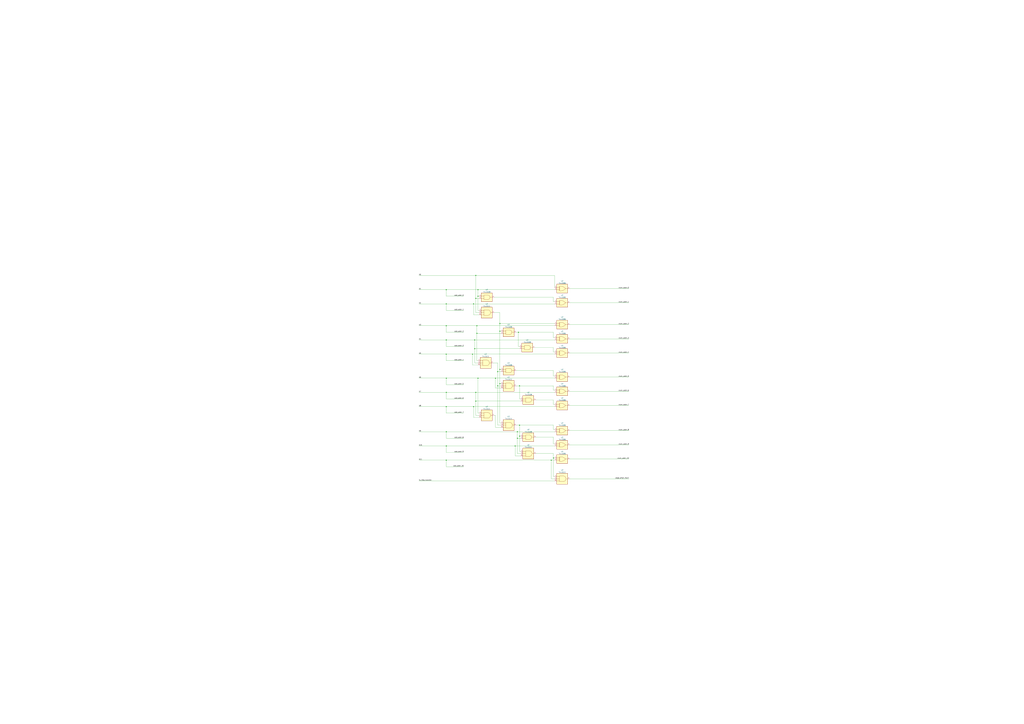
<source format=kicad_sch>
(kicad_sch (version 20211123) (generator eeschema)
  (paper "A0")
  (lib_symbols
    (symbol "semiconductor:74x1G08" (pin_names (offset 1.016))
      (property "Reference" "U" (at 0 6.35 0))
      (property "Value" "74x1G08" (at 0 -6.35 0))
      (symbol "74x1G08_0_1"
        (rectangle (start -6.35 5.08) (end 6.35 -5.08) (stroke (width 0.254)) (fill (type background)))
        (polyline (pts (xy -6.35 -1.27) (xy -3.175 -1.27)))
        (polyline (pts (xy -6.35 1.27) (xy -3.175 1.27)))
        (polyline (pts (xy 3.81 0) (xy 6.35 0)))
        (polyline (pts (xy 1.27 2.54) (xy -3.175 2.54) (xy -3.175 -2.54) (xy 1.27 -2.54)))
        (arc (start 1.27 -2.54) (mid 3.81 0) (end 1.27 2.54))
      )
      (symbol "74x1G08_1_1"
        (pin input line (at -8.89 1.27 0) (length 2.54) (name "~") (number "1"))
        (pin input line (at -8.89 -1.27 0) (length 2.54) (name "~") (number "2"))
        (pin power_in line (at -8.89 -3.81 0) (length 2.54) hide (name "GND") (number "3"))
        (pin output line (at 8.89 0 180) (length 2.54) (name "~") (number "4"))
        (pin power_in line (at 8.89 3.81 180) (length 2.54) hide (name "VCC") (number "5"))
      )
    )
    (symbol "semiconductor:74x1G11" (pin_names (offset 1.016))
      (property "Reference" "U" (at 0 7.62 0))
      (property "Value" "74x1G11" (at 0 -7.62 0))
      (symbol "74x1G11_0_1"
        (rectangle (start -6.35 6.35) (end 6.35 -6.35) (stroke (width 0.254)) (fill (type background)))
        (polyline (pts (xy -6.35 -2.54) (xy -3.175 -2.54)))
        (polyline (pts (xy -6.35 0) (xy -3.175 0)))
        (polyline (pts (xy -6.35 2.54) (xy -3.175 2.54)))
        (polyline (pts (xy 4.445 0) (xy 6.35 0)))
        (polyline (pts (xy 1.27 3.175) (xy -3.175 3.175) (xy -3.175 -3.175) (xy 1.27 -3.175)))
        (arc (start 1.27 -3.175) (mid 4.445 0) (end 1.27 3.175))
      )
      (symbol "74x1G11_1_1"
        (pin input line (at -8.89 2.54 0) (length 2.54) (name "~") (number "1"))
        (pin power_in line (at -8.89 -5.08 0) (length 2.54) hide (name "GND") (number "2"))
        (pin input line (at -8.89 0 0) (length 2.54) (name "~") (number "3"))
        (pin output line (at 8.89 0 180) (length 2.54) (name "~") (number "4"))
        (pin power_in line (at 8.89 5.08 180) (length 2.54) hide (name "VCC") (number "5"))
        (pin input line (at -8.89 -2.54 0) (length 2.54) (name "~") (number "6"))
      )
    )
    (symbol "semiconductor:74x1G86" (pin_names (offset 1.016))
      (property "Reference" "U" (at 0 6.35 0))
      (property "Value" "74x1G86" (at 0 -6.35 0))
      (symbol "74x1G86_0_1"
        (rectangle (start -6.35 5.08) (end 6.35 -5.08) (stroke (width 0.254)) (fill (type background)))
        (arc (start -3.81 -2.54) (mid -3.3208 0) (end -3.81 2.54))
        (arc (start -3.175 -2.54) (mid -2.6858 0) (end -3.175 2.54))
        (arc (start -3.175 -2.54) (mid 0.6763 -2.2568) (end 3.81 0))
        (polyline (pts (xy -6.35 -1.27) (xy -3.556 -1.27)))
        (polyline (pts (xy -6.35 1.27) (xy -3.556 1.27)))
        (polyline (pts (xy 3.81 0) (xy 6.35 0)))
        (arc (start 3.81 0) (mid 0.6736 2.2493) (end -3.175 2.54))
      )
      (symbol "74x1G86_1_1"
        (pin input line (at -8.89 1.27 0) (length 2.54) (name "~") (number "1"))
        (pin input line (at -8.89 -1.27 0) (length 2.54) (name "~") (number "2"))
        (pin power_in line (at -8.89 -3.81 0) (length 2.54) hide (name "GND") (number "3"))
        (pin output line (at 8.89 0 180) (length 2.54) (name "~") (number "4"))
        (pin power_in line (at 8.89 3.81 180) (length 2.54) hide (name "VCC") (number "5"))
      )
    )
  )
  (junction (at 552.45 346.71))
  (junction (at 554.99 439.42))
  (junction (at 548.64 411.48))
  (junction (at 549.91 472.44))
  (junction (at 552.45 466.09))
  (junction (at 577.85 431.8))
  (junction (at 518.216 439.42))
  (junction (at 518.216 455.93))
  (junction (at 553.72 378.46))
  (junction (at 518.16 534.67))
  (junction (at 603.25 494.03))
  (junction (at 601.98 386.08))
  (junction (at 553.72 387.35))
  (junction (at 552.45 320.04))
  (junction (at 640.08 534.67))
  (junction (at 575.31 439.42))
  (junction (at 518.216 518.16))
  (junction (at 600.71 501.65))
  (junction (at 518.16 336.55))
  (junction (at 518.216 501.65))
  (junction (at 603.25 506.73))
  (junction (at 549.91 353.06))
  (junction (at 577.85 448.31))
  (junction (at 554.99 344.17))
  (junction (at 518.16 472.44))
  (junction (at 554.99 336.55))
  (junction (at 603.25 448.31))
  (junction (at 518.104 411.48))
  (junction (at 580.39 384.81))
  (junction (at 552.45 455.93))
  (junction (at 642.62 532.13))
  (junction (at 580.39 375.92))
  (junction (at 518.16 353.06))
  (junction (at 551.18 405.13))
  (junction (at 580.39 445.77))
  (junction (at 598.17 518.16))
  (junction (at 518.16 394.97))
  (junction (at 580.39 429.26))
  (junction (at 518.16 378.46))
  (junction (at 600.71 509.27))
  (junction (at 551.18 394.97))
  (wire (pts (xy 604.52 527.05) (xy 600.71 527.05)))
  (wire (pts (xy 554.99 424.18) (xy 548.64 424.18)))
  (wire (pts (xy 518.216 455.93) (xy 518.216 463.55)))
  (wire (pts (xy 577.85 431.8) (xy 577.85 448.31)))
  (wire (pts (xy 554.99 439.42) (xy 575.31 439.42)))
  (wire (pts (xy 604.52 466.09) (xy 552.45 466.09)))
  (wire (pts (xy 556.26 485.14) (xy 549.91 485.14)))
  (wire (pts (xy 549.91 365.76) (xy 549.91 353.06)))
  (wire (pts (xy 580.39 375.92) (xy 580.39 384.81)))
  (wire (pts (xy 554.99 480.06) (xy 556.26 480.06)))
  (wire (pts (xy 730.25 335.28) (xy 661.67 335.28)))
  (wire (pts (xy 599.44 448.31) (xy 603.25 448.31)))
  (wire (pts (xy 640.08 556.26) (xy 640.08 534.67)))
  (wire (pts (xy 538.48 386.08) (xy 518.16 386.08)))
  (wire (pts (xy 604.52 524.51) (xy 603.25 524.51)))
  (wire (pts (xy 486.41 501.65) (xy 518.216 501.65)))
  (wire (pts (xy 661.67 454.66) (xy 730.25 454.66)))
  (wire (pts (xy 577.85 448.31) (xy 577.85 494.03)))
  (wire (pts (xy 574.04 363.22) (xy 580.39 363.22)))
  (wire (pts (xy 548.64 424.18) (xy 548.64 411.48)))
  (wire (pts (xy 552.45 466.09) (xy 552.45 455.93)))
  (wire (pts (xy 575.31 450.85) (xy 575.31 439.42)))
  (wire (pts (xy 518.216 501.65) (xy 518.216 509.27)))
  (wire (pts (xy 518.16 378.46) (xy 518.16 386.08)))
  (wire (pts (xy 552.45 482.6) (xy 552.45 466.09)))
  (wire (pts (xy 580.39 363.22) (xy 580.39 375.92)))
  (wire (pts (xy 580.39 445.77) (xy 581.66 445.77)))
  (wire (pts (xy 640.08 534.67) (xy 643.89 534.67)))
  (wire (pts (xy 556.26 363.22) (xy 552.45 363.22)))
  (wire (pts (xy 603.25 448.31) (xy 603.25 463.55)))
  (wire (pts (xy 554.99 344.17) (xy 554.99 360.68)))
  (wire (pts (xy 580.39 429.26) (xy 581.66 429.26)))
  (wire (pts (xy 599.44 494.03) (xy 603.25 494.03)))
  (wire (pts (xy 574.04 482.6) (xy 575.31 482.6)))
  (wire (pts (xy 599.44 386.08) (xy 601.98 386.08)))
  (wire (pts (xy 581.66 448.31) (xy 577.85 448.31)))
  (wire (pts (xy 538.48 525.78) (xy 518.216 525.78)))
  (wire (pts (xy 486.41 411.48) (xy 518.104 411.48)))
  (wire (pts (xy 518.216 463.55) (xy 538.48 463.55)))
  (wire (pts (xy 518.216 439.42) (xy 518.216 447.04)))
  (wire (pts (xy 518.16 480.06) (xy 538.48 480.06)))
  (wire (pts (xy 601.98 386.08) (xy 642.62 386.08)))
  (wire (pts (xy 538.48 542.29) (xy 518.16 542.29)))
  (wire (pts (xy 642.62 403.86) (xy 642.62 408.94)))
  (wire (pts (xy 603.25 448.31) (xy 642.62 448.31)))
  (wire (pts (xy 642.62 430.53) (xy 642.62 436.88)))
  (wire (pts (xy 554.99 421.64) (xy 551.18 421.64)))
  (wire (pts (xy 580.39 384.81) (xy 580.39 429.26)))
  (wire (pts (xy 730.25 556.26) (xy 661.67 556.26)))
  (wire (pts (xy 554.99 439.42) (xy 554.99 480.06)))
  (wire (pts (xy 603.25 506.73) (xy 603.25 494.03)))
  (wire (pts (xy 640.08 556.26) (xy 643.89 556.26)))
  (wire (pts (xy 518.216 447.04) (xy 538.48 447.04)))
  (wire (pts (xy 601.98 386.08) (xy 601.98 402.59)))
  (wire (pts (xy 598.17 518.16) (xy 643.89 518.16)))
  (wire (pts (xy 553.72 387.35) (xy 553.72 419.1)))
  (wire (pts (xy 486.41 558.8) (xy 643.89 558.8)))
  (wire (pts (xy 580.39 491.49) (xy 581.66 491.49)))
  (wire (pts (xy 518.16 472.44) (xy 518.16 480.06)))
  (wire (pts (xy 622.3 464.82) (xy 642.62 464.82)))
  (wire (pts (xy 577.85 431.8) (xy 581.66 431.8)))
  (wire (pts (xy 486.41 336.55) (xy 518.16 336.55)))
  (wire (pts (xy 730.25 500.38) (xy 661.67 500.38)))
  (wire (pts (xy 643.89 320.04) (xy 643.89 334.01)))
  (wire (pts (xy 603.25 402.59) (xy 601.98 402.59)))
  (wire (pts (xy 642.62 464.82) (xy 642.62 469.9)))
  (wire (pts (xy 603.25 506.73) (xy 603.25 524.51)))
  (wire (pts (xy 552.45 320.04) (xy 643.89 320.04)))
  (wire (pts (xy 661.67 438.15) (xy 730.25 438.15)))
  (wire (pts (xy 622.3 527.05) (xy 642.62 527.05)))
  (wire (pts (xy 600.71 509.27) (xy 600.71 501.65)))
  (wire (pts (xy 486.41 439.42) (xy 518.216 439.42)))
  (wire (pts (xy 604.52 506.73) (xy 603.25 506.73)))
  (wire (pts (xy 556.26 346.71) (xy 552.45 346.71)))
  (wire (pts (xy 730.25 533.4) (xy 661.67 533.4)))
  (wire (pts (xy 486.41 378.46) (xy 518.16 378.46)))
  (wire (pts (xy 556.26 360.68) (xy 554.99 360.68)))
  (wire (pts (xy 549.91 472.44) (xy 643.89 472.44)))
  (wire (pts (xy 642.62 508) (xy 642.62 515.62)))
  (wire (pts (xy 642.62 494.03) (xy 642.62 499.11)))
  (wire (pts (xy 556.26 365.76) (xy 549.91 365.76)))
  (wire (pts (xy 575.31 482.6) (xy 575.31 496.57)))
  (wire (pts (xy 580.39 445.77) (xy 580.39 491.49)))
  (wire (pts (xy 730.25 351.79) (xy 661.67 351.79)))
  (wire (pts (xy 486.41 455.93) (xy 518.216 455.93)))
  (wire (pts (xy 518.16 353.06) (xy 518.16 360.68)))
  (wire (pts (xy 548.64 411.48) (xy 643.89 411.48)))
  (wire (pts (xy 549.91 353.06) (xy 643.89 353.06)))
  (wire (pts (xy 730.25 516.89) (xy 661.67 516.89)))
  (wire (pts (xy 642.62 532.13) (xy 642.62 553.72)))
  (wire (pts (xy 538.48 419.1) (xy 518.104 419.1)))
  (wire (pts (xy 538.48 360.68) (xy 518.16 360.68)))
  (wire (pts (xy 518.216 501.65) (xy 600.71 501.65)))
  (wire (pts (xy 575.31 496.57) (xy 581.66 496.57)))
  (wire (pts (xy 556.26 482.6) (xy 552.45 482.6)))
  (wire (pts (xy 551.18 394.97) (xy 551.18 405.13)))
  (wire (pts (xy 577.85 421.64) (xy 577.85 431.8)))
  (wire (pts (xy 486.41 394.97) (xy 518.16 394.97)))
  (wire (pts (xy 486.41 353.06) (xy 518.16 353.06)))
  (wire (pts (xy 642.62 448.31) (xy 642.62 453.39)))
  (wire (pts (xy 518.16 472.44) (xy 549.91 472.44)))
  (wire (pts (xy 538.48 509.27) (xy 518.216 509.27)))
  (wire (pts (xy 730.25 410.21) (xy 661.67 410.21)))
  (wire (pts (xy 642.62 436.88) (xy 643.89 436.88)))
  (wire (pts (xy 486.41 534.67) (xy 518.16 534.67)))
  (wire (pts (xy 518.16 534.67) (xy 518.16 542.29)))
  (wire (pts (xy 642.62 515.62) (xy 643.89 515.62)))
  (wire (pts (xy 553.72 378.46) (xy 553.72 387.35)))
  (wire (pts (xy 577.85 494.03) (xy 581.66 494.03)))
  (wire (pts (xy 551.18 394.97) (xy 643.89 394.97)))
  (wire (pts (xy 604.52 463.55) (xy 603.25 463.55)))
  (wire (pts (xy 600.71 501.65) (xy 643.89 501.65)))
  (wire (pts (xy 643.89 553.72) (xy 642.62 553.72)))
  (wire (pts (xy 549.91 472.44) (xy 549.91 485.14)))
  (wire (pts (xy 604.52 529.59) (xy 598.17 529.59)))
  (wire (pts (xy 553.72 387.35) (xy 581.66 387.35)))
  (wire (pts (xy 556.26 344.17) (xy 554.99 344.17)))
  (wire (pts (xy 730.25 377.19) (xy 661.67 377.19)))
  (wire (pts (xy 580.39 429.26) (xy 580.39 445.77)))
  (wire (pts (xy 600.71 527.05) (xy 600.71 509.27)))
  (wire (pts (xy 518.216 518.16) (xy 598.17 518.16)))
  (wire (pts (xy 486.41 472.44) (xy 518.16 472.44)))
  (wire (pts (xy 538.48 344.17) (xy 518.16 344.17)))
  (wire (pts (xy 642.62 532.13) (xy 643.89 532.13)))
  (wire (pts (xy 604.52 509.27) (xy 600.71 509.27)))
  (wire (pts (xy 518.104 411.48) (xy 518.104 419.1)))
  (wire (pts (xy 642.62 453.39) (xy 643.89 453.39)))
  (wire (pts (xy 642.62 408.94) (xy 643.89 408.94)))
  (wire (pts (xy 518.16 353.06) (xy 549.91 353.06)))
  (wire (pts (xy 486.41 518.16) (xy 518.216 518.16)))
  (wire (pts (xy 486.41 320.04) (xy 552.45 320.04)))
  (wire (pts (xy 642.62 469.9) (xy 643.89 469.9)))
  (wire (pts (xy 599.44 430.53) (xy 642.62 430.53)))
  (wire (pts (xy 518.16 394.97) (xy 551.18 394.97)))
  (wire (pts (xy 518.216 439.42) (xy 554.99 439.42)))
  (wire (pts (xy 580.39 375.92) (xy 643.89 375.92)))
  (wire (pts (xy 642.62 527.05) (xy 642.62 532.13)))
  (wire (pts (xy 553.72 378.46) (xy 643.89 378.46)))
  (wire (pts (xy 518.216 455.93) (xy 552.45 455.93)))
  (wire (pts (xy 642.62 345.44) (xy 642.62 350.52)))
  (wire (pts (xy 518.216 518.16) (xy 518.216 525.78)))
  (wire (pts (xy 622.3 508) (xy 642.62 508)))
  (wire (pts (xy 554.99 344.17) (xy 554.99 336.55)))
  (wire (pts (xy 518.16 534.67) (xy 640.08 534.67)))
  (wire (pts (xy 642.62 392.43) (xy 643.89 392.43)))
  (wire (pts (xy 554.99 419.1) (xy 553.72 419.1)))
  (wire (pts (xy 642.62 386.08) (xy 642.62 392.43)))
  (wire (pts (xy 552.45 346.71) (xy 552.45 363.22)))
  (wire (pts (xy 598.17 529.59) (xy 598.17 518.16)))
  (wire (pts (xy 518.16 336.55) (xy 554.99 336.55)))
  (wire (pts (xy 642.62 499.11) (xy 643.89 499.11)))
  (wire (pts (xy 661.67 471.17) (xy 730.25 471.17)))
  (wire (pts (xy 574.04 345.44) (xy 642.62 345.44)))
  (wire (pts (xy 581.66 384.81) (xy 580.39 384.81)))
  (wire (pts (xy 603.25 494.03) (xy 642.62 494.03)))
  (wire (pts (xy 642.62 350.52) (xy 643.89 350.52)))
  (wire (pts (xy 551.18 405.13) (xy 603.25 405.13)))
  (wire (pts (xy 518.16 336.55) (xy 518.16 344.17)))
  (wire (pts (xy 552.45 320.04) (xy 552.45 346.71)))
  (wire (pts (xy 621.03 403.86) (xy 642.62 403.86)))
  (wire (pts (xy 518.104 411.48) (xy 548.64 411.48)))
  (wire (pts (xy 518.16 378.46) (xy 553.72 378.46)))
  (wire (pts (xy 554.99 336.55) (xy 643.89 336.55)))
  (wire (pts (xy 551.18 405.13) (xy 551.18 421.64)))
  (wire (pts (xy 552.45 455.93) (xy 643.89 455.93)))
  (wire (pts (xy 730.25 393.7) (xy 661.67 393.7)))
  (wire (pts (xy 538.48 402.59) (xy 518.16 402.59)))
  (wire (pts (xy 575.31 439.42) (xy 643.89 439.42)))
  (wire (pts (xy 518.16 394.97) (xy 518.16 402.59)))
  (wire (pts (xy 572.77 421.64) (xy 577.85 421.64)))
  (wire (pts (xy 581.66 450.85) (xy 575.31 450.85)))
  (label "odd_addr_9" (at 538.48 525.78 180))
  (label "odd_addr_0" (at 538.48 344.17 180))
  (label "odd_addr_10" (at 538.48 542.29 180))
  (label "odd_addr_5" (at 538.48 447.04 180))
  (label "A8" (at 486.41 472.44 0))
  (label "even_addr_4" (at 730.25 410.21 180))
  (label "A6" (at 486.41 439.42 0))
  (label "page_align_fault" (at 730.25 556.26 180))
  (label "A10" (at 486.41 518.16 0))
  (label "odd_addr_6" (at 538.48 463.55 180))
  (label "is_16b_transfer" (at 486.41 558.8 0))
  (label "A4" (at 486.41 394.97 0))
  (label "A7" (at 486.41 455.93 0))
  (label "even_addr_7" (at 730.25 471.17 180))
  (label "even_addr_2" (at 730.25 377.19 180))
  (label "even_addr_9" (at 730.25 516.89 180))
  (label "odd_addr_8" (at 538.48 509.27 180))
  (label "A2" (at 486.41 353.06 0))
  (label "even_addr_5" (at 730.25 438.15 180))
  (label "A11" (at 486.41 534.67 0))
  (label "even_addr_1" (at 730.25 351.79 180))
  (label "odd_addr_1" (at 538.48 360.68 180))
  (label "A9" (at 486.41 501.65 0))
  (label "A0" (at 486.41 320.04 0))
  (label "even_addr_0" (at 730.25 335.28 180))
  (label "even_addr_3" (at 730.25 393.7 180))
  (label "odd_addr_4" (at 538.48 419.1 180))
  (label "odd_addr_2" (at 538.48 386.08 180))
  (label "even_addr_10" (at 730.25 533.4 180))
  (label "A1" (at 486.41 336.55 0))
  (label "even_addr_8" (at 730.25 500.38 180))
  (label "A3" (at 486.41 378.46 0))
  (label "A5" (at 486.41 411.48 0))
  (label "odd_addr_3" (at 538.48 402.59 180))
  (label "even_addr_6" (at 730.25 454.66 180))
  (label "odd_addr_7" (at 538.48 480.06 180))
  (symbol (lib_id "semiconductor:74x1G86") (at 652.78 393.7 0) (unit 1)
    (property "Reference" "U?" (at 652.78 384.9202 0))
    (property "Value" "74x1G86" (at 652.78 387.4571 0))
    (property "Datasheet" "https://assets.nexperia.com/documents/data-sheet/74LVC1G86.pdf" (effects hide))
  )
  (symbol (lib_id "semiconductor:74x1G86") (at 652.78 351.79 0) (unit 1)
    (property "Reference" "U?" (at 652.78 343.0102 0))
    (property "Value" "74x1G86" (at 652.78 345.5471 0))
    (property "Datasheet" "https://assets.nexperia.com/documents/data-sheet/74LVC1G86.pdf" (effects hide))
  )
  (symbol (lib_id "semiconductor:74x1G11") (at 590.55 448.31 0) (unit 1)
    (property "Reference" "U?" (at 590.55 438.2602 0))
    (property "Value" "74x1G11" (at 590.55 440.7971 0))
    (property "Datasheet" "https://www.diodes.com/assets/Datasheets/74LVC1G11.pdf" (effects hide))
  )
  (symbol (lib_id "semiconductor:74x1G86") (at 652.78 335.28 0) (unit 1)
    (property "Reference" "U?" (at 652.78 326.5002 0))
    (property "Value" "74x1G86" (at 652.78 329.0371 0))
    (property "Datasheet" "https://assets.nexperia.com/documents/data-sheet/74LVC1G86.pdf" (effects hide))
  )
  (symbol (lib_id "semiconductor:74x1G86") (at 652.78 410.21 0) (unit 1)
    (property "Reference" "U?" (at 652.78 401.4302 0))
    (property "Value" "74x1G86" (at 652.78 403.9671 0))
    (property "Datasheet" "https://assets.nexperia.com/documents/data-sheet/74LVC1G86.pdf" (effects hide))
  )
  (symbol (lib_id "semiconductor:74x1G86") (at 652.78 454.66 0) (unit 1)
    (property "Reference" "U?" (at 652.78 445.8802 0))
    (property "Value" "74x1G86" (at 652.78 448.4171 0))
    (property "Datasheet" "https://assets.nexperia.com/documents/data-sheet/74LVC1G86.pdf" (effects hide))
  )
  (symbol (lib_id "semiconductor:74x1G08") (at 590.55 386.08 0) (unit 1)
    (property "Reference" "U?" (at 590.55 377.3002 0))
    (property "Value" "74x1G08" (at 590.55 379.8371 0))
    (property "Datasheet" "https://assets.nexperia.com/documents/data-sheet/74LVC1G08.pdf" (effects hide))
  )
  (symbol (lib_id "semiconductor:74x1G08") (at 590.55 430.53 0) (unit 1)
    (property "Reference" "U?" (at 590.55 421.7502 0))
    (property "Value" "74x1G08" (at 590.55 424.2871 0))
    (property "Datasheet" "https://assets.nexperia.com/documents/data-sheet/74LVC1G08.pdf" (effects hide))
  )
  (symbol (lib_id "semiconductor:74x1G86") (at 652.78 516.89 0) (unit 1)
    (property "Reference" "U?" (at 652.78 508.1102 0))
    (property "Value" "74x1G86" (at 652.78 510.6471 0))
    (property "Datasheet" "https://assets.nexperia.com/documents/data-sheet/74LVC1G86.pdf" (effects hide))
  )
  (symbol (lib_id "semiconductor:74x1G86") (at 652.78 500.38 0) (unit 1)
    (property "Reference" "U?" (at 652.78 491.6002 0))
    (property "Value" "74x1G86" (at 652.78 494.1371 0))
    (property "Datasheet" "https://assets.nexperia.com/documents/data-sheet/74LVC1G86.pdf" (effects hide))
  )
  (symbol (lib_id "semiconductor:74x1G11") (at 613.41 527.05 0) (unit 1)
    (property "Reference" "U?" (at 613.41 517.0002 0))
    (property "Value" "74x1G11" (at 613.41 519.5371 0))
    (property "Datasheet" "https://www.diodes.com/assets/Datasheets/74LVC1G11.pdf" (effects hide))
  )
  (symbol (lib_id "semiconductor:74x1G86") (at 652.78 438.15 0) (unit 1)
    (property "Reference" "U?" (at 652.78 429.3702 0))
    (property "Value" "74x1G86" (at 652.78 431.9071 0))
    (property "Datasheet" "https://assets.nexperia.com/documents/data-sheet/74LVC1G86.pdf" (effects hide))
  )
  (symbol (lib_id "semiconductor:74x1G11") (at 565.15 482.6 0) (unit 1)
    (property "Reference" "U?" (at 565.15 472.5502 0))
    (property "Value" "74x1G11" (at 565.15 475.0871 0))
    (property "Datasheet" "https://www.diodes.com/assets/Datasheets/74LVC1G11.pdf" (effects hide))
  )
  (symbol (lib_id "semiconductor:74x1G08") (at 565.15 345.44 0) (unit 1)
    (property "Reference" "U?" (at 565.15 336.6602 0))
    (property "Value" "74x1G08" (at 565.15 339.1971 0))
    (property "Datasheet" "https://assets.nexperia.com/documents/data-sheet/74LVC1G08.pdf" (effects hide))
  )
  (symbol (lib_id "semiconductor:74x1G08") (at 612.14 403.86 0) (unit 1)
    (property "Reference" "U?" (at 612.14 395.0802 0))
    (property "Value" "74x1G08" (at 612.14 397.6171 0))
    (property "Datasheet" "https://assets.nexperia.com/documents/data-sheet/74LVC1G08.pdf" (effects hide))
  )
  (symbol (lib_id "semiconductor:74x1G11") (at 563.88 421.64 0) (unit 1)
    (property "Reference" "U?" (at 563.88 411.5902 0))
    (property "Value" "74x1G11" (at 563.88 414.1271 0))
    (property "Datasheet" "https://www.diodes.com/assets/Datasheets/74LVC1G11.pdf" (effects hide))
  )
  (symbol (lib_id "semiconductor:74x1G08") (at 613.41 508 0) (unit 1)
    (property "Reference" "U?" (at 613.41 499.2202 0))
    (property "Value" "74x1G08" (at 613.41 501.7571 0))
    (property "Datasheet" "https://assets.nexperia.com/documents/data-sheet/74LVC1G08.pdf" (effects hide))
  )
  (symbol (lib_id "semiconductor:74x1G11") (at 652.78 556.26 0) (unit 1)
    (property "Reference" "U?" (at 652.78 546.2102 0))
    (property "Value" "74x1G11" (at 652.78 548.7471 0))
    (property "Datasheet" "https://www.diodes.com/assets/Datasheets/74LVC1G11.pdf" (effects hide))
  )
  (symbol (lib_id "semiconductor:74x1G86") (at 652.78 377.19 0) (unit 1)
    (property "Reference" "U?" (at 652.78 368.4102 0))
    (property "Value" "74x1G86" (at 652.78 370.9471 0))
    (property "Datasheet" "https://assets.nexperia.com/documents/data-sheet/74LVC1G86.pdf" (effects hide))
  )
  (symbol (lib_id "semiconductor:74x1G11") (at 565.15 363.22 0) (unit 1)
    (property "Reference" "U?" (at 565.15 353.1702 0))
    (property "Value" "74x1G11" (at 565.15 355.7071 0))
    (property "Datasheet" "https://www.diodes.com/assets/Datasheets/74LVC1G11.pdf" (effects hide))
  )
  (symbol (lib_id "semiconductor:74x1G86") (at 652.78 533.4 0) (unit 1)
    (property "Reference" "U?" (at 652.78 524.6202 0))
    (property "Value" "74x1G86" (at 652.78 527.1571 0))
    (property "Datasheet" "https://assets.nexperia.com/documents/data-sheet/74LVC1G86.pdf" (effects hide))
  )
  (symbol (lib_id "semiconductor:74x1G08") (at 613.41 464.82 0) (unit 1)
    (property "Reference" "U?" (at 613.41 456.0402 0))
    (property "Value" "74x1G08" (at 613.41 458.5771 0))
    (property "Datasheet" "https://assets.nexperia.com/documents/data-sheet/74LVC1G08.pdf" (effects hide))
  )
  (symbol (lib_id "semiconductor:74x1G86") (at 652.78 471.17 0) (unit 1)
    (property "Reference" "U?" (at 652.78 462.3902 0))
    (property "Value" "74x1G86" (at 652.78 464.9271 0))
    (property "Datasheet" "https://assets.nexperia.com/documents/data-sheet/74LVC1G86.pdf" (effects hide))
  )
  (symbol (lib_id "semiconductor:74x1G11") (at 590.55 494.03 0) (unit 1)
    (property "Reference" "U?" (at 590.55 483.9802 0))
    (property "Value" "74x1G11" (at 590.55 486.5171 0))
    (property "Datasheet" "https://www.diodes.com/assets/Datasheets/74LVC1G11.pdf" (effects hide))
  )
)
</source>
